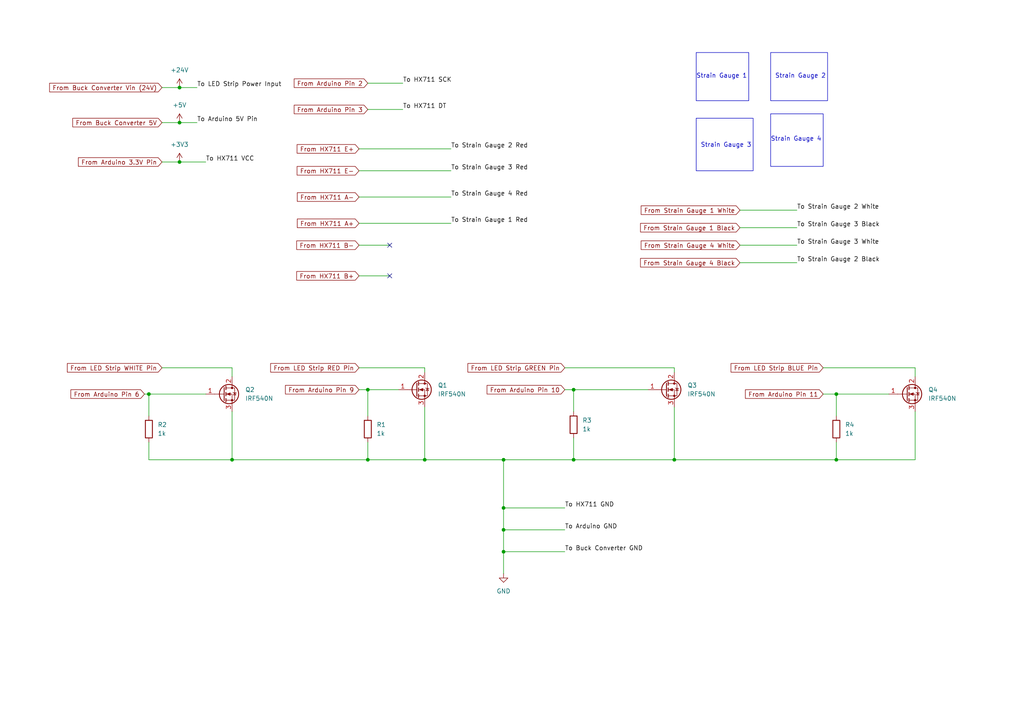
<source format=kicad_sch>
(kicad_sch (version 20230121) (generator eeschema)

  (uuid 69109a69-2b8b-462c-b6dd-3836e7f5fe01)

  (paper "A4")

  (lib_symbols
    (symbol "Device:R" (pin_numbers hide) (pin_names (offset 0)) (in_bom yes) (on_board yes)
      (property "Reference" "R" (at 2.032 0 90)
        (effects (font (size 1.27 1.27)))
      )
      (property "Value" "R" (at 0 0 90)
        (effects (font (size 1.27 1.27)))
      )
      (property "Footprint" "" (at -1.778 0 90)
        (effects (font (size 1.27 1.27)) hide)
      )
      (property "Datasheet" "~" (at 0 0 0)
        (effects (font (size 1.27 1.27)) hide)
      )
      (property "ki_keywords" "R res resistor" (at 0 0 0)
        (effects (font (size 1.27 1.27)) hide)
      )
      (property "ki_description" "Resistor" (at 0 0 0)
        (effects (font (size 1.27 1.27)) hide)
      )
      (property "ki_fp_filters" "R_*" (at 0 0 0)
        (effects (font (size 1.27 1.27)) hide)
      )
      (symbol "R_0_1"
        (rectangle (start -1.016 -2.54) (end 1.016 2.54)
          (stroke (width 0.254) (type default))
          (fill (type none))
        )
      )
      (symbol "R_1_1"
        (pin passive line (at 0 3.81 270) (length 1.27)
          (name "~" (effects (font (size 1.27 1.27))))
          (number "1" (effects (font (size 1.27 1.27))))
        )
        (pin passive line (at 0 -3.81 90) (length 1.27)
          (name "~" (effects (font (size 1.27 1.27))))
          (number "2" (effects (font (size 1.27 1.27))))
        )
      )
    )
    (symbol "Transistor_FET:IRF540N" (pin_names hide) (in_bom yes) (on_board yes)
      (property "Reference" "Q" (at 6.35 1.905 0)
        (effects (font (size 1.27 1.27)) (justify left))
      )
      (property "Value" "IRF540N" (at 6.35 0 0)
        (effects (font (size 1.27 1.27)) (justify left))
      )
      (property "Footprint" "Package_TO_SOT_THT:TO-220-3_Vertical" (at 6.35 -1.905 0)
        (effects (font (size 1.27 1.27) italic) (justify left) hide)
      )
      (property "Datasheet" "http://www.irf.com/product-info/datasheets/data/irf540n.pdf" (at 0 0 0)
        (effects (font (size 1.27 1.27)) (justify left) hide)
      )
      (property "ki_keywords" "HEXFET N-Channel MOSFET" (at 0 0 0)
        (effects (font (size 1.27 1.27)) hide)
      )
      (property "ki_description" "33A Id, 100V Vds, HEXFET N-Channel MOSFET, TO-220" (at 0 0 0)
        (effects (font (size 1.27 1.27)) hide)
      )
      (property "ki_fp_filters" "TO?220*" (at 0 0 0)
        (effects (font (size 1.27 1.27)) hide)
      )
      (symbol "IRF540N_0_1"
        (polyline
          (pts
            (xy 0.254 0)
            (xy -2.54 0)
          )
          (stroke (width 0) (type default))
          (fill (type none))
        )
        (polyline
          (pts
            (xy 0.254 1.905)
            (xy 0.254 -1.905)
          )
          (stroke (width 0.254) (type default))
          (fill (type none))
        )
        (polyline
          (pts
            (xy 0.762 -1.27)
            (xy 0.762 -2.286)
          )
          (stroke (width 0.254) (type default))
          (fill (type none))
        )
        (polyline
          (pts
            (xy 0.762 0.508)
            (xy 0.762 -0.508)
          )
          (stroke (width 0.254) (type default))
          (fill (type none))
        )
        (polyline
          (pts
            (xy 0.762 2.286)
            (xy 0.762 1.27)
          )
          (stroke (width 0.254) (type default))
          (fill (type none))
        )
        (polyline
          (pts
            (xy 2.54 2.54)
            (xy 2.54 1.778)
          )
          (stroke (width 0) (type default))
          (fill (type none))
        )
        (polyline
          (pts
            (xy 2.54 -2.54)
            (xy 2.54 0)
            (xy 0.762 0)
          )
          (stroke (width 0) (type default))
          (fill (type none))
        )
        (polyline
          (pts
            (xy 0.762 -1.778)
            (xy 3.302 -1.778)
            (xy 3.302 1.778)
            (xy 0.762 1.778)
          )
          (stroke (width 0) (type default))
          (fill (type none))
        )
        (polyline
          (pts
            (xy 1.016 0)
            (xy 2.032 0.381)
            (xy 2.032 -0.381)
            (xy 1.016 0)
          )
          (stroke (width 0) (type default))
          (fill (type outline))
        )
        (polyline
          (pts
            (xy 2.794 0.508)
            (xy 2.921 0.381)
            (xy 3.683 0.381)
            (xy 3.81 0.254)
          )
          (stroke (width 0) (type default))
          (fill (type none))
        )
        (polyline
          (pts
            (xy 3.302 0.381)
            (xy 2.921 -0.254)
            (xy 3.683 -0.254)
            (xy 3.302 0.381)
          )
          (stroke (width 0) (type default))
          (fill (type none))
        )
        (circle (center 1.651 0) (radius 2.794)
          (stroke (width 0.254) (type default))
          (fill (type none))
        )
        (circle (center 2.54 -1.778) (radius 0.254)
          (stroke (width 0) (type default))
          (fill (type outline))
        )
        (circle (center 2.54 1.778) (radius 0.254)
          (stroke (width 0) (type default))
          (fill (type outline))
        )
      )
      (symbol "IRF540N_1_1"
        (pin input line (at -5.08 0 0) (length 2.54)
          (name "G" (effects (font (size 1.27 1.27))))
          (number "1" (effects (font (size 1.27 1.27))))
        )
        (pin passive line (at 2.54 5.08 270) (length 2.54)
          (name "D" (effects (font (size 1.27 1.27))))
          (number "2" (effects (font (size 1.27 1.27))))
        )
        (pin passive line (at 2.54 -5.08 90) (length 2.54)
          (name "S" (effects (font (size 1.27 1.27))))
          (number "3" (effects (font (size 1.27 1.27))))
        )
      )
    )
    (symbol "power:+24V" (power) (pin_names (offset 0)) (in_bom yes) (on_board yes)
      (property "Reference" "#PWR" (at 0 -3.81 0)
        (effects (font (size 1.27 1.27)) hide)
      )
      (property "Value" "+24V" (at 0 3.556 0)
        (effects (font (size 1.27 1.27)))
      )
      (property "Footprint" "" (at 0 0 0)
        (effects (font (size 1.27 1.27)) hide)
      )
      (property "Datasheet" "" (at 0 0 0)
        (effects (font (size 1.27 1.27)) hide)
      )
      (property "ki_keywords" "global power" (at 0 0 0)
        (effects (font (size 1.27 1.27)) hide)
      )
      (property "ki_description" "Power symbol creates a global label with name \"+24V\"" (at 0 0 0)
        (effects (font (size 1.27 1.27)) hide)
      )
      (symbol "+24V_0_1"
        (polyline
          (pts
            (xy -0.762 1.27)
            (xy 0 2.54)
          )
          (stroke (width 0) (type default))
          (fill (type none))
        )
        (polyline
          (pts
            (xy 0 0)
            (xy 0 2.54)
          )
          (stroke (width 0) (type default))
          (fill (type none))
        )
        (polyline
          (pts
            (xy 0 2.54)
            (xy 0.762 1.27)
          )
          (stroke (width 0) (type default))
          (fill (type none))
        )
      )
      (symbol "+24V_1_1"
        (pin power_in line (at 0 0 90) (length 0) hide
          (name "+24V" (effects (font (size 1.27 1.27))))
          (number "1" (effects (font (size 1.27 1.27))))
        )
      )
    )
    (symbol "power:+3V3" (power) (pin_names (offset 0)) (in_bom yes) (on_board yes)
      (property "Reference" "#PWR" (at 0 -3.81 0)
        (effects (font (size 1.27 1.27)) hide)
      )
      (property "Value" "+3V3" (at 0 3.556 0)
        (effects (font (size 1.27 1.27)))
      )
      (property "Footprint" "" (at 0 0 0)
        (effects (font (size 1.27 1.27)) hide)
      )
      (property "Datasheet" "" (at 0 0 0)
        (effects (font (size 1.27 1.27)) hide)
      )
      (property "ki_keywords" "global power" (at 0 0 0)
        (effects (font (size 1.27 1.27)) hide)
      )
      (property "ki_description" "Power symbol creates a global label with name \"+3V3\"" (at 0 0 0)
        (effects (font (size 1.27 1.27)) hide)
      )
      (symbol "+3V3_0_1"
        (polyline
          (pts
            (xy -0.762 1.27)
            (xy 0 2.54)
          )
          (stroke (width 0) (type default))
          (fill (type none))
        )
        (polyline
          (pts
            (xy 0 0)
            (xy 0 2.54)
          )
          (stroke (width 0) (type default))
          (fill (type none))
        )
        (polyline
          (pts
            (xy 0 2.54)
            (xy 0.762 1.27)
          )
          (stroke (width 0) (type default))
          (fill (type none))
        )
      )
      (symbol "+3V3_1_1"
        (pin power_in line (at 0 0 90) (length 0) hide
          (name "+3V3" (effects (font (size 1.27 1.27))))
          (number "1" (effects (font (size 1.27 1.27))))
        )
      )
    )
    (symbol "power:+5V" (power) (pin_names (offset 0)) (in_bom yes) (on_board yes)
      (property "Reference" "#PWR" (at 0 -3.81 0)
        (effects (font (size 1.27 1.27)) hide)
      )
      (property "Value" "+5V" (at 0 3.556 0)
        (effects (font (size 1.27 1.27)))
      )
      (property "Footprint" "" (at 0 0 0)
        (effects (font (size 1.27 1.27)) hide)
      )
      (property "Datasheet" "" (at 0 0 0)
        (effects (font (size 1.27 1.27)) hide)
      )
      (property "ki_keywords" "global power" (at 0 0 0)
        (effects (font (size 1.27 1.27)) hide)
      )
      (property "ki_description" "Power symbol creates a global label with name \"+5V\"" (at 0 0 0)
        (effects (font (size 1.27 1.27)) hide)
      )
      (symbol "+5V_0_1"
        (polyline
          (pts
            (xy -0.762 1.27)
            (xy 0 2.54)
          )
          (stroke (width 0) (type default))
          (fill (type none))
        )
        (polyline
          (pts
            (xy 0 0)
            (xy 0 2.54)
          )
          (stroke (width 0) (type default))
          (fill (type none))
        )
        (polyline
          (pts
            (xy 0 2.54)
            (xy 0.762 1.27)
          )
          (stroke (width 0) (type default))
          (fill (type none))
        )
      )
      (symbol "+5V_1_1"
        (pin power_in line (at 0 0 90) (length 0) hide
          (name "+5V" (effects (font (size 1.27 1.27))))
          (number "1" (effects (font (size 1.27 1.27))))
        )
      )
    )
    (symbol "power:GND" (power) (pin_names (offset 0)) (in_bom yes) (on_board yes)
      (property "Reference" "#PWR" (at 0 -6.35 0)
        (effects (font (size 1.27 1.27)) hide)
      )
      (property "Value" "GND" (at 0 -3.81 0)
        (effects (font (size 1.27 1.27)))
      )
      (property "Footprint" "" (at 0 0 0)
        (effects (font (size 1.27 1.27)) hide)
      )
      (property "Datasheet" "" (at 0 0 0)
        (effects (font (size 1.27 1.27)) hide)
      )
      (property "ki_keywords" "global power" (at 0 0 0)
        (effects (font (size 1.27 1.27)) hide)
      )
      (property "ki_description" "Power symbol creates a global label with name \"GND\" , ground" (at 0 0 0)
        (effects (font (size 1.27 1.27)) hide)
      )
      (symbol "GND_0_1"
        (polyline
          (pts
            (xy 0 0)
            (xy 0 -1.27)
            (xy 1.27 -1.27)
            (xy 0 -2.54)
            (xy -1.27 -1.27)
            (xy 0 -1.27)
          )
          (stroke (width 0) (type default))
          (fill (type none))
        )
      )
      (symbol "GND_1_1"
        (pin power_in line (at 0 0 270) (length 0) hide
          (name "GND" (effects (font (size 1.27 1.27))))
          (number "1" (effects (font (size 1.27 1.27))))
        )
      )
    )
  )

  (junction (at 146.05 153.67) (diameter 0) (color 0 0 0 0)
    (uuid 1cf537e2-613d-4c3c-ad6a-7a47a738c803)
  )
  (junction (at 106.68 133.35) (diameter 0) (color 0 0 0 0)
    (uuid 302739b0-bb7b-4793-bbff-e647df4535ba)
  )
  (junction (at 242.57 114.3) (diameter 0) (color 0 0 0 0)
    (uuid 33d947c3-fa23-4e49-bc34-bbf0c0f68e50)
  )
  (junction (at 123.19 133.35) (diameter 0) (color 0 0 0 0)
    (uuid 77cfb312-33bc-4251-be06-65082eabedc6)
  )
  (junction (at 195.58 133.35) (diameter 0) (color 0 0 0 0)
    (uuid 7eabb4e1-948b-441b-bdda-705a3d3e4a0d)
  )
  (junction (at 106.68 113.03) (diameter 0) (color 0 0 0 0)
    (uuid 7fc9f8dc-52c3-460e-a585-a495f5deb609)
  )
  (junction (at 52.07 46.99) (diameter 0) (color 0 0 0 0)
    (uuid 8cccb427-7222-4c63-b8f1-157d788a1609)
  )
  (junction (at 146.05 133.35) (diameter 0) (color 0 0 0 0)
    (uuid 9685ced2-f955-45c3-bde3-91ba7a2f207f)
  )
  (junction (at 146.05 160.02) (diameter 0) (color 0 0 0 0)
    (uuid a55847e1-5973-4568-89a9-fb53b395b14f)
  )
  (junction (at 146.05 147.32) (diameter 0) (color 0 0 0 0)
    (uuid ad4ee27a-fb4f-4189-b267-8e3cc335ee34)
  )
  (junction (at 166.37 133.35) (diameter 0) (color 0 0 0 0)
    (uuid b6469964-b8c2-4b09-a061-aafc2b99b0f4)
  )
  (junction (at 52.07 25.4) (diameter 0) (color 0 0 0 0)
    (uuid be4ff663-1696-4b6b-85e9-e814556ac184)
  )
  (junction (at 67.31 133.35) (diameter 0) (color 0 0 0 0)
    (uuid c4ee19a5-21ea-4094-8cc3-02ee44d2a1c3)
  )
  (junction (at 242.57 133.35) (diameter 0) (color 0 0 0 0)
    (uuid c799686f-0696-4470-81c7-7e29b4f35b72)
  )
  (junction (at 43.18 114.3) (diameter 0) (color 0 0 0 0)
    (uuid c96c5c93-fd1f-4a25-a1e0-63b4da5378f3)
  )
  (junction (at 52.07 35.56) (diameter 0) (color 0 0 0 0)
    (uuid e5ae57f4-76e4-48c4-af94-9686998845a5)
  )
  (junction (at 166.37 113.03) (diameter 0) (color 0 0 0 0)
    (uuid fe91baf5-899a-4a37-a6dd-221bc7e56440)
  )

  (no_connect (at 113.03 71.12) (uuid d5464832-6b7e-4c2d-9f90-e4ca19d8d2b5))
  (no_connect (at 113.03 80.01) (uuid e9ef2105-4868-437d-b41f-330feba37878))

  (wire (pts (xy 46.99 106.68) (xy 67.31 106.68))
    (stroke (width 0) (type default))
    (uuid 013cc8d9-7a34-40c2-97eb-86503ee5567f)
  )
  (wire (pts (xy 146.05 160.02) (xy 146.05 166.37))
    (stroke (width 0) (type default))
    (uuid 015ff65e-865a-45a6-a499-7667f94d2710)
  )
  (wire (pts (xy 52.07 25.4) (xy 57.15 25.4))
    (stroke (width 0) (type default))
    (uuid 05952df8-0cc6-47a0-b1e7-e3e561fad7e6)
  )
  (wire (pts (xy 146.05 147.32) (xy 146.05 153.67))
    (stroke (width 0) (type default))
    (uuid 0ab5b592-345c-4eb0-953f-c3a3c4d8eaee)
  )
  (wire (pts (xy 265.43 106.68) (xy 265.43 109.22))
    (stroke (width 0) (type default))
    (uuid 0c164db7-07fc-4df4-9f90-bbc58b988e5d)
  )
  (wire (pts (xy 214.63 60.96) (xy 231.14 60.96))
    (stroke (width 0) (type default))
    (uuid 104761b1-6fc4-4282-b44e-f26e97df24c3)
  )
  (wire (pts (xy 67.31 106.68) (xy 67.31 109.22))
    (stroke (width 0) (type default))
    (uuid 10b46624-307d-4496-bf27-18267d4e73bd)
  )
  (wire (pts (xy 106.68 113.03) (xy 115.57 113.03))
    (stroke (width 0) (type default))
    (uuid 238e8d95-608f-4d4d-a760-7d2dd42d5375)
  )
  (wire (pts (xy 146.05 153.67) (xy 146.05 160.02))
    (stroke (width 0) (type default))
    (uuid 2bad41af-c25a-4f1c-8568-003a601a56c0)
  )
  (wire (pts (xy 123.19 106.68) (xy 123.19 107.95))
    (stroke (width 0) (type default))
    (uuid 319650f1-4069-400c-9402-5cd4563ea501)
  )
  (wire (pts (xy 163.83 147.32) (xy 146.05 147.32))
    (stroke (width 0) (type default))
    (uuid 3aa24caa-7295-465d-ab9c-e854c8735314)
  )
  (wire (pts (xy 166.37 113.03) (xy 166.37 119.38))
    (stroke (width 0) (type default))
    (uuid 3c121776-0bb9-4161-ba21-63f2f6308ffb)
  )
  (wire (pts (xy 59.69 46.99) (xy 52.07 46.99))
    (stroke (width 0) (type default))
    (uuid 3c77db88-83a6-4187-96aa-06cc9ab7b6c8)
  )
  (wire (pts (xy 104.14 106.68) (xy 123.19 106.68))
    (stroke (width 0) (type default))
    (uuid 40655dae-5278-45e2-bf09-a03319fe98de)
  )
  (wire (pts (xy 242.57 114.3) (xy 257.81 114.3))
    (stroke (width 0) (type default))
    (uuid 41b681ec-ba70-432d-bb62-440b575bb3a4)
  )
  (wire (pts (xy 242.57 114.3) (xy 242.57 120.65))
    (stroke (width 0) (type default))
    (uuid 46acb6d2-608c-4d4e-bd1b-b3ff11caa03c)
  )
  (wire (pts (xy 214.63 66.04) (xy 231.14 66.04))
    (stroke (width 0) (type default))
    (uuid 4c2dd7d5-44a9-4949-a36a-b2e6fb913189)
  )
  (wire (pts (xy 242.57 133.35) (xy 195.58 133.35))
    (stroke (width 0) (type default))
    (uuid 4d061ff1-5af1-4700-a958-77ab9f9fd6b7)
  )
  (wire (pts (xy 43.18 133.35) (xy 67.31 133.35))
    (stroke (width 0) (type default))
    (uuid 531ad822-5f89-42b6-bd9c-b17e656040d7)
  )
  (wire (pts (xy 238.76 106.68) (xy 265.43 106.68))
    (stroke (width 0) (type default))
    (uuid 540f1914-4329-45a7-a187-27872106a4be)
  )
  (wire (pts (xy 166.37 127) (xy 166.37 133.35))
    (stroke (width 0) (type default))
    (uuid 572f0dfb-4822-4536-93d4-064ea882377b)
  )
  (wire (pts (xy 163.83 160.02) (xy 146.05 160.02))
    (stroke (width 0) (type default))
    (uuid 5be2f782-e3fa-474f-aa8c-d3c04107cdf2)
  )
  (wire (pts (xy 238.76 114.3) (xy 242.57 114.3))
    (stroke (width 0) (type default))
    (uuid 61be509e-3a02-400e-b4e7-fe8b61ffa5f7)
  )
  (wire (pts (xy 43.18 114.3) (xy 43.18 120.65))
    (stroke (width 0) (type default))
    (uuid 6b204bb6-ff24-4e08-8ba2-9f2292aeb64f)
  )
  (wire (pts (xy 166.37 113.03) (xy 187.96 113.03))
    (stroke (width 0) (type default))
    (uuid 6d0d20b2-3668-4900-9894-6bbe3ebfdbbb)
  )
  (wire (pts (xy 41.91 114.3) (xy 43.18 114.3))
    (stroke (width 0) (type default))
    (uuid 7b317ad8-a13d-40b3-90a4-12eddf2c449a)
  )
  (wire (pts (xy 214.63 71.12) (xy 231.14 71.12))
    (stroke (width 0) (type default))
    (uuid 7ea40378-b202-48f4-9602-4f5525627318)
  )
  (wire (pts (xy 106.68 24.13) (xy 116.84 24.13))
    (stroke (width 0) (type default))
    (uuid 7f9395c0-728b-4340-b2b2-160c174e95ba)
  )
  (wire (pts (xy 242.57 128.27) (xy 242.57 133.35))
    (stroke (width 0) (type default))
    (uuid 854e362b-1631-4a3d-816c-5149df8f2b4e)
  )
  (wire (pts (xy 163.83 113.03) (xy 166.37 113.03))
    (stroke (width 0) (type default))
    (uuid 875a56ca-2bfb-4a64-9f67-3079e841861d)
  )
  (wire (pts (xy 106.68 31.75) (xy 116.84 31.75))
    (stroke (width 0) (type default))
    (uuid 879e3215-468f-4957-ab0b-02fdfc8165cf)
  )
  (wire (pts (xy 146.05 133.35) (xy 146.05 147.32))
    (stroke (width 0) (type default))
    (uuid 87cf9eb2-239d-4280-b303-8245ce84cccd)
  )
  (wire (pts (xy 104.14 43.18) (xy 130.81 43.18))
    (stroke (width 0) (type default))
    (uuid 8ba7469e-4a93-42f8-93c5-edf6cf2b6f1c)
  )
  (wire (pts (xy 214.63 76.2) (xy 231.14 76.2))
    (stroke (width 0) (type default))
    (uuid 8dbc6bd4-8df6-4a67-aa6f-50db2b076608)
  )
  (wire (pts (xy 104.14 57.15) (xy 130.81 57.15))
    (stroke (width 0) (type default))
    (uuid 8fa5a2e1-efdf-4d25-8aaa-c194616d1906)
  )
  (wire (pts (xy 46.99 25.4) (xy 52.07 25.4))
    (stroke (width 0) (type default))
    (uuid 9298a918-5c93-442f-8b42-7bd0a9e11cf5)
  )
  (wire (pts (xy 146.05 133.35) (xy 123.19 133.35))
    (stroke (width 0) (type default))
    (uuid 9594b483-11f9-4ee0-a267-00ec3a425fc9)
  )
  (wire (pts (xy 46.99 35.56) (xy 52.07 35.56))
    (stroke (width 0) (type default))
    (uuid 97bf5f66-94eb-4518-a15b-9c1e31d6ebaa)
  )
  (wire (pts (xy 43.18 128.27) (xy 43.18 133.35))
    (stroke (width 0) (type default))
    (uuid 99b8b614-c770-4156-b9a9-8b741c9ab381)
  )
  (wire (pts (xy 104.14 71.12) (xy 113.03 71.12))
    (stroke (width 0) (type default))
    (uuid 9ade4429-fc5b-44fa-ba7a-cc97359f54fd)
  )
  (wire (pts (xy 67.31 119.38) (xy 67.31 133.35))
    (stroke (width 0) (type default))
    (uuid 9c1e216f-1f31-4117-9ca9-b59496064560)
  )
  (wire (pts (xy 106.68 113.03) (xy 106.68 120.65))
    (stroke (width 0) (type default))
    (uuid 9f99fee9-44b4-44ad-8c66-27e8911c19ec)
  )
  (wire (pts (xy 123.19 118.11) (xy 123.19 133.35))
    (stroke (width 0) (type default))
    (uuid a173fd0b-cc42-47d5-a8fb-22824761bdaf)
  )
  (wire (pts (xy 46.99 46.99) (xy 52.07 46.99))
    (stroke (width 0) (type default))
    (uuid a1767f40-6a8d-4ad3-85e1-b7aefa4aa507)
  )
  (wire (pts (xy 195.58 133.35) (xy 166.37 133.35))
    (stroke (width 0) (type default))
    (uuid a1d51af4-c489-4e62-9b18-0bec187cfe03)
  )
  (wire (pts (xy 67.31 133.35) (xy 106.68 133.35))
    (stroke (width 0) (type default))
    (uuid a99b12f3-e05f-4fc7-b031-ed628962958e)
  )
  (wire (pts (xy 195.58 106.68) (xy 195.58 107.95))
    (stroke (width 0) (type default))
    (uuid b488a27d-b2c3-4497-a8eb-802e85fa7fd5)
  )
  (wire (pts (xy 265.43 119.38) (xy 265.43 133.35))
    (stroke (width 0) (type default))
    (uuid bb502d71-b59d-45cb-b04b-373102d0069f)
  )
  (wire (pts (xy 163.83 106.68) (xy 195.58 106.68))
    (stroke (width 0) (type default))
    (uuid bc77452d-0581-4e97-af44-b9650335690e)
  )
  (wire (pts (xy 104.14 49.53) (xy 130.81 49.53))
    (stroke (width 0) (type default))
    (uuid bdb7f4ee-3f7a-417b-ad07-ffde141c62d8)
  )
  (wire (pts (xy 195.58 118.11) (xy 195.58 133.35))
    (stroke (width 0) (type default))
    (uuid d193c986-b764-49a0-9b78-bd9ae2083d1a)
  )
  (wire (pts (xy 123.19 133.35) (xy 106.68 133.35))
    (stroke (width 0) (type default))
    (uuid d4c0fc42-e062-421a-9545-c322099d669e)
  )
  (wire (pts (xy 52.07 35.56) (xy 57.15 35.56))
    (stroke (width 0) (type default))
    (uuid d4e8efee-518b-4552-a1c0-7e459ee578fc)
  )
  (wire (pts (xy 106.68 128.27) (xy 106.68 133.35))
    (stroke (width 0) (type default))
    (uuid d80c4648-9f23-4970-a211-175cd601b7b9)
  )
  (wire (pts (xy 104.14 113.03) (xy 106.68 113.03))
    (stroke (width 0) (type default))
    (uuid df3818a7-9c75-40d3-a814-3c9ee2646469)
  )
  (wire (pts (xy 43.18 114.3) (xy 59.69 114.3))
    (stroke (width 0) (type default))
    (uuid df676f2e-773d-410e-a3db-72e415cebbc2)
  )
  (wire (pts (xy 104.14 64.77) (xy 130.81 64.77))
    (stroke (width 0) (type default))
    (uuid e6e0d92b-7583-4296-a1d0-2139a3482312)
  )
  (wire (pts (xy 163.83 153.67) (xy 146.05 153.67))
    (stroke (width 0) (type default))
    (uuid edd5291a-eafb-45b6-84c5-54279f4e2e3d)
  )
  (wire (pts (xy 104.14 80.01) (xy 113.03 80.01))
    (stroke (width 0) (type default))
    (uuid f43ac54b-fc9c-4091-9d07-b6741d9a9137)
  )
  (wire (pts (xy 265.43 133.35) (xy 242.57 133.35))
    (stroke (width 0) (type default))
    (uuid f7e628f3-6f06-44b8-96d0-0dab455da600)
  )
  (wire (pts (xy 166.37 133.35) (xy 146.05 133.35))
    (stroke (width 0) (type default))
    (uuid fd8b333c-5c9d-4b63-8e9e-291c571931cc)
  )

  (rectangle (start 223.52 33.02) (end 238.76 48.26)
    (stroke (width 0) (type default))
    (fill (type none))
    (uuid 1963aefd-9541-45e3-8876-3705ab57b5bc)
  )
  (rectangle (start 201.93 34.29) (end 218.44 49.53)
    (stroke (width 0) (type default))
    (fill (type none))
    (uuid 1fd58413-8831-4d59-90b2-92185f44fb4c)
  )
  (rectangle (start 201.93 15.24) (end 217.17 29.21)
    (stroke (width 0) (type default))
    (fill (type none))
    (uuid 6c4ed4e7-29b3-4ff5-b01f-e133598c06f2)
  )
  (rectangle (start 223.52 15.24) (end 240.03 29.21)
    (stroke (width 0) (type default))
    (fill (type none))
    (uuid c2fea7eb-c096-44b9-bf06-81bb44b2fa51)
  )

  (text "Strain Gauge 1\n" (at 201.93 22.86 0)
    (effects (font (size 1.27 1.27)) (justify left bottom))
    (uuid 4a0f3c0a-3812-4f80-871e-79cb4418f539)
  )
  (text "Strain Gauge 4\n\n" (at 223.52 43.18 0)
    (effects (font (size 1.27 1.27)) (justify left bottom))
    (uuid 7f8f94b2-838e-401e-9ab1-c357980396bd)
  )
  (text "Strain Gauge 3\n\n\n" (at 203.2 46.99 0)
    (effects (font (size 1.27 1.27)) (justify left bottom))
    (uuid a51645f8-5b17-4e77-8c01-3e6bff7f8063)
  )
  (text "Strain Gauge 2\n" (at 224.79 22.86 0)
    (effects (font (size 1.27 1.27)) (justify left bottom))
    (uuid c5144e46-fde8-4fda-a02f-7b7161509516)
  )

  (label "To Strain Gauge 1 Red" (at 130.81 64.77 0) (fields_autoplaced)
    (effects (font (size 1.27 1.27)) (justify left bottom))
    (uuid 059e3ffb-a07b-499e-a192-ea9aeb04842c)
  )
  (label "To Strain Gauge 2 Red" (at 130.81 43.18 0) (fields_autoplaced)
    (effects (font (size 1.27 1.27)) (justify left bottom))
    (uuid 08b2aabf-f20a-4735-8ce4-4bf825f7e60f)
  )
  (label "To Strain Gauge 2 Black" (at 231.14 76.2 0) (fields_autoplaced)
    (effects (font (size 1.27 1.27)) (justify left bottom))
    (uuid 24684d35-a23d-4829-bc26-363661561eaa)
  )
  (label "To Strain Gauge 3 White" (at 231.14 71.12 0) (fields_autoplaced)
    (effects (font (size 1.27 1.27)) (justify left bottom))
    (uuid 353c42ab-f613-4609-ae61-555b90a0b656)
  )
  (label "To HX711 VCC" (at 59.69 46.99 0) (fields_autoplaced)
    (effects (font (size 1.27 1.27)) (justify left bottom))
    (uuid 36470bdd-bac5-489b-90ce-1dc9266266b2)
  )
  (label "To HX711 DT" (at 116.84 31.75 0) (fields_autoplaced)
    (effects (font (size 1.27 1.27)) (justify left bottom))
    (uuid 3beb8c3c-b0d5-4759-84a0-98d6ed96f387)
  )
  (label "To Strain Gauge 4 Red" (at 130.81 57.15 0) (fields_autoplaced)
    (effects (font (size 1.27 1.27)) (justify left bottom))
    (uuid 553cee70-f810-4aee-99b1-4933433097f7)
  )
  (label "To Arduino GND" (at 163.83 153.67 0) (fields_autoplaced)
    (effects (font (size 1.27 1.27)) (justify left bottom))
    (uuid 5ee735c4-98f8-4b91-aafe-739620f711bc)
  )
  (label "To Strain Gauge 2 White" (at 231.14 60.96 0) (fields_autoplaced)
    (effects (font (size 1.27 1.27)) (justify left bottom))
    (uuid 7ebf456b-0014-41cd-b802-df31e804d36c)
  )
  (label "To Strain Gauge 3 Black" (at 231.14 66.04 0) (fields_autoplaced)
    (effects (font (size 1.27 1.27)) (justify left bottom))
    (uuid 8208c93c-8e92-49fd-8cd9-b6cf06036e89)
  )
  (label "To HX711 SCK" (at 116.84 24.13 0) (fields_autoplaced)
    (effects (font (size 1.27 1.27)) (justify left bottom))
    (uuid b5e6acd3-4bd5-473d-9add-b34dd05f09a2)
  )
  (label "To LED Strip Power Input" (at 57.15 25.4 0) (fields_autoplaced)
    (effects (font (size 1.27 1.27)) (justify left bottom))
    (uuid d2f6fe96-aedd-4043-ae0f-23e415ac238c)
  )
  (label "To Arduino 5V Pin" (at 57.15 35.56 0) (fields_autoplaced)
    (effects (font (size 1.27 1.27)) (justify left bottom))
    (uuid daec31b2-4a24-42d8-92c4-ed45f2e8b350)
  )
  (label "To HX711 GND" (at 163.83 147.32 0) (fields_autoplaced)
    (effects (font (size 1.27 1.27)) (justify left bottom))
    (uuid dc44a990-78fd-48f9-973a-4c3a92339c0e)
  )
  (label "To Buck Converter GND" (at 163.83 160.02 0) (fields_autoplaced)
    (effects (font (size 1.27 1.27)) (justify left bottom))
    (uuid df3226af-39bc-46b6-8c86-270dc760c462)
  )
  (label "To Strain Gauge 3 Red" (at 130.81 49.53 0) (fields_autoplaced)
    (effects (font (size 1.27 1.27)) (justify left bottom))
    (uuid f1f2283b-7a04-4f57-b9cd-a08d0ac27843)
  )

  (global_label "From Arduino 3.3V Pin" (shape input) (at 46.99 46.99 180) (fields_autoplaced)
    (effects (font (size 1.27 1.27)) (justify right))
    (uuid 0139e6d8-7be2-4dab-a7aa-915b49243484)
    (property "Intersheetrefs" "${INTERSHEET_REFS}" (at 22.9067 46.99 0)
      (effects (font (size 1.27 1.27)) (justify right) hide)
    )
  )
  (global_label "From Buck Converter Vin (24V)" (shape input) (at 46.99 25.4 180) (fields_autoplaced)
    (effects (font (size 1.27 1.27)) (justify right))
    (uuid 0c51354b-4c16-4b41-b4e7-413b81393a32)
    (property "Intersheetrefs" "${INTERSHEET_REFS}" (at 14.5609 25.4 0)
      (effects (font (size 1.27 1.27)) (justify right) hide)
    )
  )
  (global_label "From Strain Gauge 4 White" (shape input) (at 214.63 71.12 180) (fields_autoplaced)
    (effects (font (size 1.27 1.27)) (justify right))
    (uuid 11d27482-dba1-4464-b74b-cb46bbfd3b86)
    (property "Intersheetrefs" "${INTERSHEET_REFS}" (at 186.1321 71.12 0)
      (effects (font (size 1.27 1.27)) (justify right) hide)
    )
  )
  (global_label "From LED Strip RED Pin" (shape input) (at 104.14 106.68 180) (fields_autoplaced)
    (effects (font (size 1.27 1.27)) (justify right))
    (uuid 1ab8775c-0a41-4efc-aa77-193cc72a0338)
    (property "Intersheetrefs" "${INTERSHEET_REFS}" (at 78.6658 106.68 0)
      (effects (font (size 1.27 1.27)) (justify right) hide)
    )
  )
  (global_label "From Strain Gauge 4 Black" (shape input) (at 214.63 76.2 180) (fields_autoplaced)
    (effects (font (size 1.27 1.27)) (justify right))
    (uuid 3262a942-ce20-478c-8a8a-ff91248bc273)
    (property "Intersheetrefs" "${INTERSHEET_REFS}" (at 185.9507 76.2 0)
      (effects (font (size 1.27 1.27)) (justify right) hide)
    )
  )
  (global_label "From HX711 A+" (shape input) (at 104.14 64.77 180) (fields_autoplaced)
    (effects (font (size 1.27 1.27)) (justify right))
    (uuid 4c98af8f-b371-4cdd-afea-22900dd180bf)
    (property "Intersheetrefs" "${INTERSHEET_REFS}" (at 86.4066 64.77 0)
      (effects (font (size 1.27 1.27)) (justify right) hide)
    )
  )
  (global_label "From Arduino Pin 9" (shape input) (at 104.14 113.03 180) (fields_autoplaced)
    (effects (font (size 1.27 1.27)) (justify right))
    (uuid 4fbca5b1-b3a6-42c0-ad82-c2b23ae86df5)
    (property "Intersheetrefs" "${INTERSHEET_REFS}" (at 82.9596 113.03 0)
      (effects (font (size 1.27 1.27)) (justify right) hide)
    )
  )
  (global_label "From Buck Converter 5V" (shape input) (at 46.99 35.56 180) (fields_autoplaced)
    (effects (font (size 1.27 1.27)) (justify right))
    (uuid 70410689-f529-4139-bcdc-8d73ac3db186)
    (property "Intersheetrefs" "${INTERSHEET_REFS}" (at 21.2738 35.56 0)
      (effects (font (size 1.27 1.27)) (justify right) hide)
    )
  )
  (global_label "From Arduino Pin 10" (shape input) (at 163.83 113.03 180) (fields_autoplaced)
    (effects (font (size 1.27 1.27)) (justify right))
    (uuid 7105543d-91b6-4aed-a28f-d525d459e026)
    (property "Intersheetrefs" "${INTERSHEET_REFS}" (at 141.4401 113.03 0)
      (effects (font (size 1.27 1.27)) (justify right) hide)
    )
  )
  (global_label "From Arduino Pin 6" (shape input) (at 41.91 114.3 180) (fields_autoplaced)
    (effects (font (size 1.27 1.27)) (justify right))
    (uuid 76e26be4-a98d-459f-8e7a-e48d1c278ce5)
    (property "Intersheetrefs" "${INTERSHEET_REFS}" (at 20.7296 114.3 0)
      (effects (font (size 1.27 1.27)) (justify right) hide)
    )
  )
  (global_label "From LED Strip BLUE Pin" (shape input) (at 238.76 106.68 180) (fields_autoplaced)
    (effects (font (size 1.27 1.27)) (justify right))
    (uuid 78a5b0f6-29f0-4402-bf3e-9626b44de742)
    (property "Intersheetrefs" "${INTERSHEET_REFS}" (at 212.1972 106.68 0)
      (effects (font (size 1.27 1.27)) (justify right) hide)
    )
  )
  (global_label "From HX711 B-" (shape input) (at 104.14 71.12 180) (fields_autoplaced)
    (effects (font (size 1.27 1.27)) (justify right))
    (uuid 86be10a9-f25b-48e6-ad0c-3c1ba4feab48)
    (property "Intersheetrefs" "${INTERSHEET_REFS}" (at 86.2252 71.12 0)
      (effects (font (size 1.27 1.27)) (justify right) hide)
    )
  )
  (global_label "From LED Strip WHITE Pin" (shape input) (at 46.99 106.68 180) (fields_autoplaced)
    (effects (font (size 1.27 1.27)) (justify right))
    (uuid 916c6e7f-f163-4b1f-930c-2dea0b0864ce)
    (property "Intersheetrefs" "${INTERSHEET_REFS}" (at 19.7015 106.68 0)
      (effects (font (size 1.27 1.27)) (justify right) hide)
    )
  )
  (global_label "From HX711 B+" (shape input) (at 104.14 80.01 180) (fields_autoplaced)
    (effects (font (size 1.27 1.27)) (justify right))
    (uuid a6801f84-f8a4-4276-b7a4-d016f5b9b54c)
    (property "Intersheetrefs" "${INTERSHEET_REFS}" (at 86.2252 80.01 0)
      (effects (font (size 1.27 1.27)) (justify right) hide)
    )
  )
  (global_label "From Strain Gauge 1 White" (shape input) (at 214.63 60.96 180) (fields_autoplaced)
    (effects (font (size 1.27 1.27)) (justify right))
    (uuid b1dd8054-1e99-430e-9e92-91b091a6d5b6)
    (property "Intersheetrefs" "${INTERSHEET_REFS}" (at 186.1321 60.96 0)
      (effects (font (size 1.27 1.27)) (justify right) hide)
    )
  )
  (global_label "From Arduino Pin 3" (shape input) (at 106.68 31.75 180) (fields_autoplaced)
    (effects (font (size 1.27 1.27)) (justify right))
    (uuid b3f8b850-cdcb-41c9-8734-26d2482afc83)
    (property "Intersheetrefs" "${INTERSHEET_REFS}" (at 85.4996 31.75 0)
      (effects (font (size 1.27 1.27)) (justify right) hide)
    )
  )
  (global_label "From Arduino Pin 11" (shape input) (at 238.76 114.3 180) (fields_autoplaced)
    (effects (font (size 1.27 1.27)) (justify right))
    (uuid bdc7710a-0aa1-4edd-84db-7087eb5d196a)
    (property "Intersheetrefs" "${INTERSHEET_REFS}" (at 216.3701 114.3 0)
      (effects (font (size 1.27 1.27)) (justify right) hide)
    )
  )
  (global_label "From LED Strip GREEN Pin" (shape input) (at 163.83 106.68 180) (fields_autoplaced)
    (effects (font (size 1.27 1.27)) (justify right))
    (uuid da909f2a-78bd-4a61-92a4-8aee0e2ea4e9)
    (property "Intersheetrefs" "${INTERSHEET_REFS}" (at 135.8763 106.68 0)
      (effects (font (size 1.27 1.27)) (justify right) hide)
    )
  )
  (global_label "From Arduino Pin 2" (shape input) (at 106.68 24.13 180) (fields_autoplaced)
    (effects (font (size 1.27 1.27)) (justify right))
    (uuid de41e8f9-3f61-407b-95af-94b816557514)
    (property "Intersheetrefs" "${INTERSHEET_REFS}" (at 85.4996 24.13 0)
      (effects (font (size 1.27 1.27)) (justify right) hide)
    )
  )
  (global_label "From HX711 A-" (shape input) (at 104.14 57.15 180) (fields_autoplaced)
    (effects (font (size 1.27 1.27)) (justify right))
    (uuid e0a77d94-f5f2-42da-be8c-6c4955193491)
    (property "Intersheetrefs" "${INTERSHEET_REFS}" (at 86.4066 57.15 0)
      (effects (font (size 1.27 1.27)) (justify right) hide)
    )
  )
  (global_label "From Strain Gauge 1 Black" (shape input) (at 214.63 66.04 180) (fields_autoplaced)
    (effects (font (size 1.27 1.27)) (justify right))
    (uuid e1245534-757a-4b5b-9fc6-7f2232cfd69c)
    (property "Intersheetrefs" "${INTERSHEET_REFS}" (at 185.9507 66.04 0)
      (effects (font (size 1.27 1.27)) (justify right) hide)
    )
  )
  (global_label "From HX711 E+" (shape input) (at 104.14 43.18 180) (fields_autoplaced)
    (effects (font (size 1.27 1.27)) (justify right))
    (uuid e270b27d-08cd-4a32-833e-7bf02212ccb7)
    (property "Intersheetrefs" "${INTERSHEET_REFS}" (at 86.3462 43.18 0)
      (effects (font (size 1.27 1.27)) (justify right) hide)
    )
  )
  (global_label "From HX711 E-" (shape input) (at 104.14 49.53 180) (fields_autoplaced)
    (effects (font (size 1.27 1.27)) (justify right))
    (uuid e2850f66-86de-4b63-aac0-357b1127ec59)
    (property "Intersheetrefs" "${INTERSHEET_REFS}" (at 86.3462 49.53 0)
      (effects (font (size 1.27 1.27)) (justify right) hide)
    )
  )

  (symbol (lib_id "power:+24V") (at 52.07 25.4 0) (unit 1)
    (in_bom yes) (on_board yes) (dnp no) (fields_autoplaced)
    (uuid 156d0c03-320b-4ee3-943d-62a656989f80)
    (property "Reference" "#PWR04" (at 52.07 29.21 0)
      (effects (font (size 1.27 1.27)) hide)
    )
    (property "Value" "+24V" (at 52.07 20.32 0)
      (effects (font (size 1.27 1.27)))
    )
    (property "Footprint" "" (at 52.07 25.4 0)
      (effects (font (size 1.27 1.27)) hide)
    )
    (property "Datasheet" "" (at 52.07 25.4 0)
      (effects (font (size 1.27 1.27)) hide)
    )
    (pin "1" (uuid e7be62c4-8c89-406c-9580-4fd5bd7ddde6))
    (instances
      (project "barled_hat"
        (path "/69109a69-2b8b-462c-b6dd-3836e7f5fe01"
          (reference "#PWR04") (unit 1)
        )
      )
    )
  )

  (symbol (lib_id "Device:R") (at 166.37 123.19 0) (unit 1)
    (in_bom yes) (on_board yes) (dnp no) (fields_autoplaced)
    (uuid 1c45edd2-fafd-473a-b662-6647b66fd669)
    (property "Reference" "R3" (at 168.91 121.92 0)
      (effects (font (size 1.27 1.27)) (justify left))
    )
    (property "Value" "1k" (at 168.91 124.46 0)
      (effects (font (size 1.27 1.27)) (justify left))
    )
    (property "Footprint" "" (at 164.592 123.19 90)
      (effects (font (size 1.27 1.27)) hide)
    )
    (property "Datasheet" "~" (at 166.37 123.19 0)
      (effects (font (size 1.27 1.27)) hide)
    )
    (pin "1" (uuid d46bd7ba-76d1-4dc4-a568-3664e8d8cd8b))
    (pin "2" (uuid 73303dbc-e5d3-486b-8c9a-16c87793e9db))
    (instances
      (project "barled_hat"
        (path "/69109a69-2b8b-462c-b6dd-3836e7f5fe01"
          (reference "R3") (unit 1)
        )
      )
    )
  )

  (symbol (lib_id "Transistor_FET:IRF540N") (at 193.04 113.03 0) (unit 1)
    (in_bom yes) (on_board yes) (dnp no) (fields_autoplaced)
    (uuid 1e9b706d-0bb9-4063-867e-b97515b41fe2)
    (property "Reference" "Q3" (at 199.39 111.76 0)
      (effects (font (size 1.27 1.27)) (justify left))
    )
    (property "Value" "IRF540N" (at 199.39 114.3 0)
      (effects (font (size 1.27 1.27)) (justify left))
    )
    (property "Footprint" "Package_TO_SOT_THT:TO-220-3_Vertical" (at 199.39 114.935 0)
      (effects (font (size 1.27 1.27) italic) (justify left) hide)
    )
    (property "Datasheet" "http://www.irf.com/product-info/datasheets/data/irf540n.pdf" (at 193.04 113.03 0)
      (effects (font (size 1.27 1.27)) (justify left) hide)
    )
    (pin "1" (uuid 46067f9f-c880-466e-ab47-a540c56d0f2a))
    (pin "2" (uuid b51b783a-9652-4648-947f-a641c0716409))
    (pin "3" (uuid dc2ec790-4ede-4990-8d4c-23e66346f394))
    (instances
      (project "barled_hat"
        (path "/69109a69-2b8b-462c-b6dd-3836e7f5fe01"
          (reference "Q3") (unit 1)
        )
      )
    )
  )

  (symbol (lib_id "Transistor_FET:IRF540N") (at 120.65 113.03 0) (unit 1)
    (in_bom yes) (on_board yes) (dnp no) (fields_autoplaced)
    (uuid 56551a3a-4bef-45d9-94fe-8154af20dc84)
    (property "Reference" "Q1" (at 127 111.76 0)
      (effects (font (size 1.27 1.27)) (justify left))
    )
    (property "Value" "IRF540N" (at 127 114.3 0)
      (effects (font (size 1.27 1.27)) (justify left))
    )
    (property "Footprint" "Package_TO_SOT_THT:TO-220-3_Vertical" (at 127 114.935 0)
      (effects (font (size 1.27 1.27) italic) (justify left) hide)
    )
    (property "Datasheet" "http://www.irf.com/product-info/datasheets/data/irf540n.pdf" (at 120.65 113.03 0)
      (effects (font (size 1.27 1.27)) (justify left) hide)
    )
    (pin "1" (uuid acaed02d-8df2-4e66-bdb5-74344016d3cd))
    (pin "2" (uuid b8a4442e-5abd-4413-8833-ea4b0ab927d6))
    (pin "3" (uuid cac11fdd-937a-408f-b89f-3817adafe57d))
    (instances
      (project "barled_hat"
        (path "/69109a69-2b8b-462c-b6dd-3836e7f5fe01"
          (reference "Q1") (unit 1)
        )
      )
    )
  )

  (symbol (lib_id "Device:R") (at 242.57 124.46 0) (unit 1)
    (in_bom yes) (on_board yes) (dnp no) (fields_autoplaced)
    (uuid 5687f2c8-a392-447c-9b7d-deca839c576e)
    (property "Reference" "R4" (at 245.11 123.19 0)
      (effects (font (size 1.27 1.27)) (justify left))
    )
    (property "Value" "1k" (at 245.11 125.73 0)
      (effects (font (size 1.27 1.27)) (justify left))
    )
    (property "Footprint" "" (at 240.792 124.46 90)
      (effects (font (size 1.27 1.27)) hide)
    )
    (property "Datasheet" "~" (at 242.57 124.46 0)
      (effects (font (size 1.27 1.27)) hide)
    )
    (pin "1" (uuid 038bd639-5143-4d7c-a92b-b36839fe87bb))
    (pin "2" (uuid eaa00caf-7d8a-46cb-b324-ce24cd6f9016))
    (instances
      (project "barled_hat"
        (path "/69109a69-2b8b-462c-b6dd-3836e7f5fe01"
          (reference "R4") (unit 1)
        )
      )
    )
  )

  (symbol (lib_id "power:+5V") (at 52.07 35.56 0) (unit 1)
    (in_bom yes) (on_board yes) (dnp no) (fields_autoplaced)
    (uuid 7a10462f-6481-4980-996f-885068120144)
    (property "Reference" "#PWR01" (at 52.07 39.37 0)
      (effects (font (size 1.27 1.27)) hide)
    )
    (property "Value" "+5V" (at 52.07 30.48 0)
      (effects (font (size 1.27 1.27)))
    )
    (property "Footprint" "" (at 52.07 35.56 0)
      (effects (font (size 1.27 1.27)) hide)
    )
    (property "Datasheet" "" (at 52.07 35.56 0)
      (effects (font (size 1.27 1.27)) hide)
    )
    (pin "1" (uuid 8d29ba58-4443-41d3-bd89-3fc8c9ad69cf))
    (instances
      (project "barled_hat"
        (path "/69109a69-2b8b-462c-b6dd-3836e7f5fe01"
          (reference "#PWR01") (unit 1)
        )
      )
    )
  )

  (symbol (lib_id "power:GND") (at 146.05 166.37 0) (unit 1)
    (in_bom yes) (on_board yes) (dnp no) (fields_autoplaced)
    (uuid 80b6d330-3d49-49fa-9bf6-696d4b990c81)
    (property "Reference" "#PWR03" (at 146.05 172.72 0)
      (effects (font (size 1.27 1.27)) hide)
    )
    (property "Value" "GND" (at 146.05 171.45 0)
      (effects (font (size 1.27 1.27)))
    )
    (property "Footprint" "" (at 146.05 166.37 0)
      (effects (font (size 1.27 1.27)) hide)
    )
    (property "Datasheet" "" (at 146.05 166.37 0)
      (effects (font (size 1.27 1.27)) hide)
    )
    (pin "1" (uuid e2778ab8-8476-425b-a50a-27340104b43e))
    (instances
      (project "barled_hat"
        (path "/69109a69-2b8b-462c-b6dd-3836e7f5fe01"
          (reference "#PWR03") (unit 1)
        )
      )
    )
  )

  (symbol (lib_id "power:+3V3") (at 52.07 46.99 0) (unit 1)
    (in_bom yes) (on_board yes) (dnp no) (fields_autoplaced)
    (uuid 8311cead-db32-414a-a033-fa4209130774)
    (property "Reference" "#PWR02" (at 52.07 50.8 0)
      (effects (font (size 1.27 1.27)) hide)
    )
    (property "Value" "+3V3" (at 52.07 41.91 0)
      (effects (font (size 1.27 1.27)))
    )
    (property "Footprint" "" (at 52.07 46.99 0)
      (effects (font (size 1.27 1.27)) hide)
    )
    (property "Datasheet" "" (at 52.07 46.99 0)
      (effects (font (size 1.27 1.27)) hide)
    )
    (pin "1" (uuid 4a8b0383-e660-4c7f-b14c-91b89dbbdbc4))
    (instances
      (project "barled_hat"
        (path "/69109a69-2b8b-462c-b6dd-3836e7f5fe01"
          (reference "#PWR02") (unit 1)
        )
      )
    )
  )

  (symbol (lib_id "Transistor_FET:IRF540N") (at 262.89 114.3 0) (unit 1)
    (in_bom yes) (on_board yes) (dnp no) (fields_autoplaced)
    (uuid 88455d24-af5d-449d-afc6-1517f284a006)
    (property "Reference" "Q4" (at 269.24 113.03 0)
      (effects (font (size 1.27 1.27)) (justify left))
    )
    (property "Value" "IRF540N" (at 269.24 115.57 0)
      (effects (font (size 1.27 1.27)) (justify left))
    )
    (property "Footprint" "Package_TO_SOT_THT:TO-220-3_Vertical" (at 269.24 116.205 0)
      (effects (font (size 1.27 1.27) italic) (justify left) hide)
    )
    (property "Datasheet" "http://www.irf.com/product-info/datasheets/data/irf540n.pdf" (at 262.89 114.3 0)
      (effects (font (size 1.27 1.27)) (justify left) hide)
    )
    (pin "1" (uuid 09d6172e-4f80-4c15-8d40-ffb475308c74))
    (pin "2" (uuid f609e339-a4a7-474f-9649-d48c84fbe7a5))
    (pin "3" (uuid 421b8a90-a5b8-4b6d-96b9-4fd014da5f40))
    (instances
      (project "barled_hat"
        (path "/69109a69-2b8b-462c-b6dd-3836e7f5fe01"
          (reference "Q4") (unit 1)
        )
      )
    )
  )

  (symbol (lib_id "Device:R") (at 106.68 124.46 0) (unit 1)
    (in_bom yes) (on_board yes) (dnp no) (fields_autoplaced)
    (uuid b3b87470-2bbf-43d6-a9d8-d2ccfe175011)
    (property "Reference" "R1" (at 109.22 123.19 0)
      (effects (font (size 1.27 1.27)) (justify left))
    )
    (property "Value" "1k" (at 109.22 125.73 0)
      (effects (font (size 1.27 1.27)) (justify left))
    )
    (property "Footprint" "" (at 104.902 124.46 90)
      (effects (font (size 1.27 1.27)) hide)
    )
    (property "Datasheet" "~" (at 106.68 124.46 0)
      (effects (font (size 1.27 1.27)) hide)
    )
    (pin "1" (uuid 0baff2bc-15c4-48e6-a2e9-0eea3d2021d4))
    (pin "2" (uuid 3b95f61c-579d-4e86-8625-032ae632d17b))
    (instances
      (project "barled_hat"
        (path "/69109a69-2b8b-462c-b6dd-3836e7f5fe01"
          (reference "R1") (unit 1)
        )
      )
    )
  )

  (symbol (lib_id "Device:R") (at 43.18 124.46 0) (unit 1)
    (in_bom yes) (on_board yes) (dnp no) (fields_autoplaced)
    (uuid ed474c51-f64c-4664-9e34-0c7d4f74c667)
    (property "Reference" "R2" (at 45.72 123.19 0)
      (effects (font (size 1.27 1.27)) (justify left))
    )
    (property "Value" "1k" (at 45.72 125.73 0)
      (effects (font (size 1.27 1.27)) (justify left))
    )
    (property "Footprint" "" (at 41.402 124.46 90)
      (effects (font (size 1.27 1.27)) hide)
    )
    (property "Datasheet" "~" (at 43.18 124.46 0)
      (effects (font (size 1.27 1.27)) hide)
    )
    (pin "1" (uuid 9930be99-ebf9-4c32-bfb8-52a3f56b0485))
    (pin "2" (uuid ae353c5b-6e0e-41e9-99f9-4025859959a1))
    (instances
      (project "barled_hat"
        (path "/69109a69-2b8b-462c-b6dd-3836e7f5fe01"
          (reference "R2") (unit 1)
        )
      )
    )
  )

  (symbol (lib_id "Transistor_FET:IRF540N") (at 64.77 114.3 0) (unit 1)
    (in_bom yes) (on_board yes) (dnp no) (fields_autoplaced)
    (uuid f1a7da4d-3eaa-4719-9a29-47bad5812d2c)
    (property "Reference" "Q2" (at 71.12 113.03 0)
      (effects (font (size 1.27 1.27)) (justify left))
    )
    (property "Value" "IRF540N" (at 71.12 115.57 0)
      (effects (font (size 1.27 1.27)) (justify left))
    )
    (property "Footprint" "Package_TO_SOT_THT:TO-220-3_Vertical" (at 71.12 116.205 0)
      (effects (font (size 1.27 1.27) italic) (justify left) hide)
    )
    (property "Datasheet" "http://www.irf.com/product-info/datasheets/data/irf540n.pdf" (at 64.77 114.3 0)
      (effects (font (size 1.27 1.27)) (justify left) hide)
    )
    (pin "1" (uuid 6e00af76-a820-4de7-b6b5-ff06f969d602))
    (pin "2" (uuid a4a7297f-7e28-4d65-b02e-334ca994f1a1))
    (pin "3" (uuid 71ca5c57-ebe4-49e9-98ee-b8404bdfdb29))
    (instances
      (project "barled_hat"
        (path "/69109a69-2b8b-462c-b6dd-3836e7f5fe01"
          (reference "Q2") (unit 1)
        )
      )
    )
  )

  (sheet_instances
    (path "/" (page "1"))
  )
)

</source>
